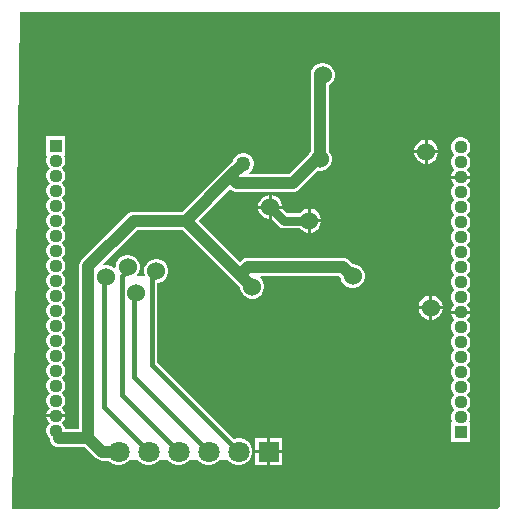
<source format=gbl>
G04*
G04 #@! TF.GenerationSoftware,Altium Limited,Altium Designer,24.2.2 (26)*
G04*
G04 Layer_Physical_Order=2*
G04 Layer_Color=16711680*
%FSLAX44Y44*%
%MOMM*%
G71*
G04*
G04 #@! TF.SameCoordinates,DD90BFA2-8126-46E7-AA9B-D1BD1CD96E7C*
G04*
G04*
G04 #@! TF.FilePolarity,Positive*
G04*
G01*
G75*
%ADD29C,1.1200*%
%ADD30R,1.1200X1.1200*%
%ADD37C,0.3810*%
%ADD38C,0.7620*%
%ADD42C,1.8000*%
%ADD43R,1.8000X1.8000*%
%ADD44C,1.5240*%
%ADD45C,1.2700*%
%ADD46C,1.0160*%
G36*
X1149350Y664210D02*
X1146810Y661670D01*
X737505D01*
X736614Y662575D01*
X742950Y1082040D01*
X1149350D01*
Y664210D01*
D02*
G37*
%LPC*%
G36*
X1088458Y974090D02*
X1088390D01*
Y965200D01*
X1097280D01*
Y965268D01*
X1096588Y967852D01*
X1095250Y970168D01*
X1093358Y972060D01*
X1091042Y973398D01*
X1088458Y974090D01*
D02*
G37*
G36*
X1085850D02*
X1085782D01*
X1083198Y973398D01*
X1080882Y972060D01*
X1078990Y970168D01*
X1077652Y967852D01*
X1076960Y965268D01*
Y965200D01*
X1085850D01*
Y974090D01*
D02*
G37*
G36*
X1097280Y962660D02*
X1088390D01*
Y953770D01*
X1088458D01*
X1091042Y954462D01*
X1093358Y955800D01*
X1095250Y957692D01*
X1096588Y960008D01*
X1097280Y962592D01*
Y962660D01*
D02*
G37*
G36*
X1085850D02*
X1076960D01*
Y962592D01*
X1077652Y960008D01*
X1078990Y957692D01*
X1080882Y955800D01*
X1083198Y954462D01*
X1085782Y953770D01*
X1085850D01*
Y962660D01*
D02*
G37*
G36*
X1000828Y1038860D02*
X998152D01*
X995568Y1038168D01*
X993252Y1036830D01*
X991360Y1034938D01*
X990022Y1032622D01*
X989330Y1030038D01*
Y1027362D01*
X989513Y1026678D01*
X989264Y1024785D01*
Y964263D01*
X988820Y963818D01*
X987510Y961549D01*
X970906Y944946D01*
X937216D01*
X936876Y946216D01*
X937639Y946656D01*
X939294Y948311D01*
X940464Y950339D01*
X941070Y952600D01*
Y954940D01*
X940464Y957201D01*
X939294Y959229D01*
X937639Y960884D01*
X935611Y962054D01*
X933350Y962660D01*
X931010D01*
X928749Y962054D01*
X926721Y960884D01*
X925066Y959229D01*
X923896Y957201D01*
X923586Y956045D01*
X915950Y948410D01*
X880736Y913196D01*
X839470D01*
X839470Y913196D01*
X837481Y912934D01*
X835627Y912166D01*
X834035Y910945D01*
X795761Y872670D01*
X794539Y871078D01*
X793772Y869225D01*
X793510Y867235D01*
Y729220D01*
X781452D01*
X781015Y730852D01*
X779944Y732708D01*
X778592Y734060D01*
X779944Y735412D01*
X781015Y737268D01*
X781517Y739140D01*
X773430D01*
X765343D01*
X765845Y737268D01*
X766916Y735412D01*
X768268Y734060D01*
X766916Y732708D01*
X765845Y730852D01*
X765290Y728782D01*
Y726638D01*
X765845Y724568D01*
X766916Y722712D01*
X768287Y721342D01*
X768546Y719371D01*
X769314Y717517D01*
X770535Y715925D01*
X772127Y714704D01*
X773981Y713936D01*
X775970Y713674D01*
X777296Y713849D01*
X798012D01*
X807365Y704495D01*
X807365Y704495D01*
X808957Y703274D01*
X810811Y702506D01*
X812800Y702244D01*
X812800Y702244D01*
X818136D01*
X819684Y700696D01*
X822316Y699176D01*
X825251Y698390D01*
X828289D01*
X831224Y699176D01*
X833856Y700696D01*
X836004Y702844D01*
X836350Y702890D01*
X836396Y702844D01*
X842936D01*
X845084Y700696D01*
X847716Y699176D01*
X850651Y698390D01*
X853689D01*
X856624Y699176D01*
X859256Y700696D01*
X861404Y702844D01*
X868336D01*
X870484Y700696D01*
X873116Y699176D01*
X876051Y698390D01*
X879089D01*
X882024Y699176D01*
X884656Y700696D01*
X886804Y702844D01*
X893736D01*
X895884Y700696D01*
X898516Y699176D01*
X901451Y698390D01*
X904489D01*
X907424Y699176D01*
X910056Y700696D01*
X912204Y702844D01*
X919136D01*
X921284Y700696D01*
X923916Y699176D01*
X926851Y698390D01*
X929889D01*
X932824Y699176D01*
X935456Y700696D01*
X937604Y702844D01*
X939124Y705476D01*
X939910Y708411D01*
Y711449D01*
X939124Y714384D01*
X937604Y717016D01*
X935456Y719164D01*
X932824Y720684D01*
X929889Y721470D01*
X926851D01*
X924003Y720707D01*
X859242Y785467D01*
Y852745D01*
X859858D01*
X862442Y853437D01*
X864758Y854775D01*
X866650Y856667D01*
X867988Y858983D01*
X868680Y861567D01*
Y864243D01*
X867988Y866827D01*
X866650Y869143D01*
X864758Y871035D01*
X862442Y872373D01*
X859858Y873065D01*
X857182D01*
X854598Y872373D01*
X852282Y871035D01*
X850390Y869143D01*
X849052Y866827D01*
X848360Y864243D01*
Y861567D01*
X848836Y859790D01*
X847929Y858520D01*
X842509D01*
X842023Y859693D01*
X842376Y860046D01*
X843713Y862363D01*
X844406Y864947D01*
Y867622D01*
X843713Y870206D01*
X842376Y872523D01*
X840484Y874414D01*
X838167Y875752D01*
X835583Y876444D01*
X832908D01*
X830324Y875752D01*
X828007Y874414D01*
X826116Y872523D01*
X824778Y870206D01*
X824086Y867622D01*
Y865968D01*
X822816Y865442D01*
X822674Y865584D01*
X820357Y866922D01*
X817773Y867614D01*
X815098D01*
X813925Y867300D01*
X813268Y868439D01*
X842654Y897824D01*
X880736D01*
X924205Y854355D01*
X924205Y854355D01*
X929640Y848921D01*
Y848292D01*
X930332Y845708D01*
X931670Y843392D01*
X933562Y841500D01*
X935878Y840162D01*
X938462Y839470D01*
X941138D01*
X943722Y840162D01*
X946038Y841500D01*
X947930Y843392D01*
X949268Y845708D01*
X949960Y848292D01*
Y850968D01*
X949268Y853552D01*
X947930Y855868D01*
X946614Y857184D01*
X947140Y858454D01*
X1013542D01*
X1014730Y857266D01*
Y857182D01*
X1015422Y854598D01*
X1016760Y852282D01*
X1018652Y850390D01*
X1020968Y849052D01*
X1023552Y848360D01*
X1026228D01*
X1028812Y849052D01*
X1031128Y850390D01*
X1033020Y852282D01*
X1034358Y854598D01*
X1035050Y857182D01*
Y859858D01*
X1034358Y862442D01*
X1033020Y864758D01*
X1031128Y866650D01*
X1028812Y867988D01*
X1026228Y868680D01*
X1025055D01*
X1022160Y871575D01*
X1020568Y872796D01*
X1018715Y873564D01*
X1016725Y873826D01*
X935990D01*
X934001Y873564D01*
X932147Y872796D01*
X930555Y871575D01*
X930555Y871575D01*
X929640Y870659D01*
X894789Y905510D01*
X921385Y932106D01*
X921665Y931825D01*
X923257Y930604D01*
X925111Y929836D01*
X927100Y929574D01*
X974090D01*
X976079Y929836D01*
X977933Y930604D01*
X979525Y931825D01*
X995223Y947524D01*
X995612Y947420D01*
X998288D01*
X1000872Y948112D01*
X1003188Y949450D01*
X1005080Y951342D01*
X1006418Y953658D01*
X1007110Y956242D01*
Y958918D01*
X1006418Y961502D01*
X1005080Y963818D01*
X1004636Y964263D01*
Y1019939D01*
X1005728Y1020570D01*
X1007620Y1022462D01*
X1008958Y1024778D01*
X1009650Y1027362D01*
Y1030038D01*
X1008958Y1032622D01*
X1007620Y1034938D01*
X1005728Y1036830D01*
X1003412Y1038168D01*
X1000828Y1038860D01*
D02*
G37*
G36*
X1117402Y975880D02*
X1115258D01*
X1113188Y975325D01*
X1111332Y974254D01*
X1109816Y972738D01*
X1108745Y970882D01*
X1108190Y968812D01*
Y966668D01*
X1108745Y964598D01*
X1109816Y962742D01*
X1111168Y961390D01*
X1109816Y960038D01*
X1108745Y958182D01*
X1108190Y956112D01*
Y953968D01*
X1108745Y951898D01*
X1109816Y950042D01*
X1111168Y948690D01*
X1109816Y947338D01*
X1108745Y945482D01*
X1108243Y943610D01*
X1116330D01*
X1124417D01*
X1123915Y945482D01*
X1122844Y947338D01*
X1121492Y948690D01*
X1122844Y950042D01*
X1123915Y951898D01*
X1124470Y953968D01*
Y956112D01*
X1123915Y958182D01*
X1122844Y960038D01*
X1121492Y961390D01*
X1122844Y962742D01*
X1123915Y964598D01*
X1124470Y966668D01*
Y968812D01*
X1123915Y970882D01*
X1122844Y972738D01*
X1121328Y974254D01*
X1119472Y975325D01*
X1117402Y975880D01*
D02*
G37*
G36*
X956378Y927100D02*
X956310D01*
Y918210D01*
X965200D01*
Y918278D01*
X964508Y920862D01*
X963170Y923178D01*
X961278Y925070D01*
X958962Y926408D01*
X956378Y927100D01*
D02*
G37*
G36*
X953770D02*
X953702D01*
X951118Y926408D01*
X948802Y925070D01*
X946910Y923178D01*
X945572Y920862D01*
X944880Y918278D01*
Y918210D01*
X953770D01*
Y927100D01*
D02*
G37*
G36*
X986790Y915670D02*
X986722D01*
X984138Y914978D01*
X981822Y913640D01*
X980166Y911984D01*
X969152D01*
X965466Y915670D01*
X956310D01*
Y906514D01*
X961892Y900932D01*
X963992Y899528D01*
X966470Y899036D01*
X980166D01*
X981822Y897380D01*
X984138Y896042D01*
X986722Y895350D01*
X986790D01*
Y905510D01*
Y915670D01*
D02*
G37*
G36*
X989398D02*
X989330D01*
Y906780D01*
X998220D01*
Y906848D01*
X997528Y909432D01*
X996190Y911748D01*
X994298Y913640D01*
X991982Y914978D01*
X989398Y915670D01*
D02*
G37*
G36*
X953770D02*
X944880D01*
Y915602D01*
X945572Y913018D01*
X946910Y910702D01*
X948802Y908810D01*
X951118Y907472D01*
X953702Y906780D01*
X953770D01*
Y915670D01*
D02*
G37*
G36*
X998220Y904240D02*
X989330D01*
Y895350D01*
X989398D01*
X991982Y896042D01*
X994298Y897380D01*
X996190Y899272D01*
X997528Y901588D01*
X998220Y904172D01*
Y904240D01*
D02*
G37*
G36*
X1092268Y842010D02*
X1092200D01*
Y833120D01*
X1101090D01*
Y833188D01*
X1100398Y835772D01*
X1099060Y838088D01*
X1097168Y839980D01*
X1094852Y841318D01*
X1092268Y842010D01*
D02*
G37*
G36*
X1089660D02*
X1089592D01*
X1087008Y841318D01*
X1084692Y839980D01*
X1082800Y838088D01*
X1081462Y835772D01*
X1080770Y833188D01*
Y833120D01*
X1089660D01*
Y842010D01*
D02*
G37*
G36*
X1124417Y941070D02*
X1116330D01*
X1108243D01*
X1108745Y939198D01*
X1109816Y937342D01*
X1111168Y935990D01*
X1109816Y934638D01*
X1108745Y932782D01*
X1108190Y930712D01*
Y928568D01*
X1108745Y926498D01*
X1109816Y924642D01*
X1111168Y923290D01*
X1109816Y921938D01*
X1108745Y920082D01*
X1108190Y918012D01*
Y915868D01*
X1108745Y913798D01*
X1109816Y911942D01*
X1111168Y910590D01*
X1109816Y909238D01*
X1108745Y907382D01*
X1108190Y905312D01*
Y903168D01*
X1108745Y901098D01*
X1109816Y899242D01*
X1111168Y897890D01*
X1109816Y896538D01*
X1108745Y894682D01*
X1108190Y892612D01*
Y890468D01*
X1108745Y888398D01*
X1109816Y886542D01*
X1111168Y885190D01*
X1109816Y883838D01*
X1108745Y881982D01*
X1108190Y879912D01*
Y877768D01*
X1108745Y875698D01*
X1109816Y873842D01*
X1111168Y872490D01*
X1109816Y871138D01*
X1108745Y869282D01*
X1108190Y867212D01*
Y865068D01*
X1108745Y862998D01*
X1109816Y861142D01*
X1111168Y859790D01*
X1109816Y858438D01*
X1108745Y856582D01*
X1108190Y854512D01*
Y852368D01*
X1108745Y850298D01*
X1109816Y848442D01*
X1111168Y847090D01*
X1109816Y845738D01*
X1108745Y843882D01*
X1108190Y841812D01*
Y839668D01*
X1108745Y837598D01*
X1109816Y835742D01*
X1111168Y834390D01*
X1109816Y833038D01*
X1108745Y831182D01*
X1108243Y829310D01*
X1116330D01*
X1124417D01*
X1123915Y831182D01*
X1122844Y833038D01*
X1121492Y834390D01*
X1122844Y835742D01*
X1123915Y837598D01*
X1124470Y839668D01*
Y841812D01*
X1123915Y843882D01*
X1122844Y845738D01*
X1121492Y847090D01*
X1122844Y848442D01*
X1123915Y850298D01*
X1124470Y852368D01*
Y854512D01*
X1123915Y856582D01*
X1122844Y858438D01*
X1121492Y859790D01*
X1122844Y861142D01*
X1123915Y862998D01*
X1124470Y865068D01*
Y867212D01*
X1123915Y869282D01*
X1122844Y871138D01*
X1121492Y872490D01*
X1122844Y873842D01*
X1123915Y875698D01*
X1124470Y877768D01*
Y879912D01*
X1123915Y881982D01*
X1122844Y883838D01*
X1121492Y885190D01*
X1122844Y886542D01*
X1123915Y888398D01*
X1124470Y890468D01*
Y892612D01*
X1123915Y894682D01*
X1122844Y896538D01*
X1121492Y897890D01*
X1122844Y899242D01*
X1123915Y901098D01*
X1124470Y903168D01*
Y905312D01*
X1123915Y907382D01*
X1122844Y909238D01*
X1121492Y910590D01*
X1122844Y911942D01*
X1123915Y913798D01*
X1124470Y915868D01*
Y918012D01*
X1123915Y920082D01*
X1122844Y921938D01*
X1121492Y923290D01*
X1122844Y924642D01*
X1123915Y926498D01*
X1124470Y928568D01*
Y930712D01*
X1123915Y932782D01*
X1122844Y934638D01*
X1121492Y935990D01*
X1122844Y937342D01*
X1123915Y939198D01*
X1124417Y941070D01*
D02*
G37*
G36*
X1101090Y830580D02*
X1092200D01*
Y821690D01*
X1092268D01*
X1094852Y822382D01*
X1097168Y823720D01*
X1099060Y825612D01*
X1100398Y827928D01*
X1101090Y830512D01*
Y830580D01*
D02*
G37*
G36*
X1089660D02*
X1080770D01*
Y830512D01*
X1081462Y827928D01*
X1082800Y825612D01*
X1084692Y823720D01*
X1087008Y822382D01*
X1089592Y821690D01*
X1089660D01*
Y830580D01*
D02*
G37*
G36*
X781570Y977150D02*
X765290D01*
Y960870D01*
X765394D01*
X766029Y959770D01*
X765845Y959452D01*
X765290Y957382D01*
Y955238D01*
X765845Y953168D01*
X766916Y951312D01*
X768268Y949960D01*
X766916Y948608D01*
X765845Y946752D01*
X765290Y944682D01*
Y942538D01*
X765845Y940468D01*
X766916Y938612D01*
X768268Y937260D01*
X766916Y935908D01*
X765845Y934052D01*
X765290Y931982D01*
Y929838D01*
X765845Y927768D01*
X766916Y925912D01*
X768268Y924560D01*
X766916Y923208D01*
X765845Y921352D01*
X765290Y919282D01*
Y917138D01*
X765845Y915068D01*
X766916Y913212D01*
X768268Y911860D01*
X766916Y910508D01*
X765845Y908652D01*
X765290Y906582D01*
Y904438D01*
X765845Y902368D01*
X766916Y900512D01*
X768268Y899160D01*
X766916Y897808D01*
X765845Y895952D01*
X765290Y893882D01*
Y891738D01*
X765845Y889668D01*
X766916Y887812D01*
X768268Y886460D01*
X766916Y885108D01*
X765845Y883252D01*
X765290Y881182D01*
Y879038D01*
X765845Y876968D01*
X766916Y875112D01*
X768268Y873760D01*
X766916Y872408D01*
X765845Y870552D01*
X765290Y868482D01*
Y866338D01*
X765845Y864268D01*
X766916Y862412D01*
X768268Y861060D01*
X766916Y859708D01*
X765845Y857852D01*
X765290Y855782D01*
Y853638D01*
X765845Y851568D01*
X766916Y849712D01*
X768268Y848360D01*
X766916Y847008D01*
X765845Y845152D01*
X765290Y843082D01*
Y840938D01*
X765845Y838868D01*
X766916Y837012D01*
X768268Y835660D01*
X766916Y834308D01*
X765845Y832452D01*
X765290Y830382D01*
Y828238D01*
X765845Y826168D01*
X766916Y824312D01*
X768268Y822960D01*
X766916Y821608D01*
X765845Y819752D01*
X765290Y817682D01*
Y815538D01*
X765845Y813468D01*
X766916Y811612D01*
X768268Y810260D01*
X766916Y808908D01*
X765845Y807052D01*
X765290Y804982D01*
Y802838D01*
X765845Y800768D01*
X766916Y798912D01*
X768268Y797560D01*
X766916Y796208D01*
X765845Y794352D01*
X765290Y792282D01*
Y790138D01*
X765845Y788068D01*
X766916Y786212D01*
X768268Y784860D01*
X766916Y783508D01*
X765845Y781652D01*
X765290Y779582D01*
Y777438D01*
X765845Y775368D01*
X766916Y773512D01*
X768268Y772160D01*
X766916Y770808D01*
X765845Y768952D01*
X765290Y766882D01*
Y764738D01*
X765845Y762668D01*
X766916Y760812D01*
X768268Y759460D01*
X766916Y758108D01*
X765845Y756252D01*
X765290Y754182D01*
Y752038D01*
X765845Y749968D01*
X766916Y748112D01*
X768268Y746760D01*
X766916Y745408D01*
X765845Y743552D01*
X765343Y741680D01*
X773430D01*
X781517D01*
X781015Y743552D01*
X779944Y745408D01*
X778592Y746760D01*
X779944Y748112D01*
X781015Y749968D01*
X781570Y752038D01*
Y754182D01*
X781015Y756252D01*
X779944Y758108D01*
X778592Y759460D01*
X779944Y760812D01*
X781015Y762668D01*
X781570Y764738D01*
Y766882D01*
X781015Y768952D01*
X779944Y770808D01*
X778592Y772160D01*
X779944Y773512D01*
X781015Y775368D01*
X781570Y777438D01*
Y779582D01*
X781015Y781652D01*
X779944Y783508D01*
X778592Y784860D01*
X779944Y786212D01*
X781015Y788068D01*
X781570Y790138D01*
Y792282D01*
X781015Y794352D01*
X779944Y796208D01*
X778592Y797560D01*
X779944Y798912D01*
X781015Y800768D01*
X781570Y802838D01*
Y804982D01*
X781015Y807052D01*
X779944Y808908D01*
X778592Y810260D01*
X779944Y811612D01*
X781015Y813468D01*
X781570Y815538D01*
Y817682D01*
X781015Y819752D01*
X779944Y821608D01*
X778592Y822960D01*
X779944Y824312D01*
X781015Y826168D01*
X781570Y828238D01*
Y830382D01*
X781015Y832452D01*
X779944Y834308D01*
X778592Y835660D01*
X779944Y837012D01*
X781015Y838868D01*
X781570Y840938D01*
Y843082D01*
X781015Y845152D01*
X779944Y847008D01*
X778592Y848360D01*
X779944Y849712D01*
X781015Y851568D01*
X781570Y853638D01*
Y855782D01*
X781015Y857852D01*
X779944Y859708D01*
X778592Y861060D01*
X779944Y862412D01*
X781015Y864268D01*
X781570Y866338D01*
Y868482D01*
X781015Y870552D01*
X779944Y872408D01*
X778592Y873760D01*
X779944Y875112D01*
X781015Y876968D01*
X781570Y879038D01*
Y881182D01*
X781015Y883252D01*
X779944Y885108D01*
X778592Y886460D01*
X779944Y887812D01*
X781015Y889668D01*
X781570Y891738D01*
Y893882D01*
X781015Y895952D01*
X779944Y897808D01*
X778592Y899160D01*
X779944Y900512D01*
X781015Y902368D01*
X781570Y904438D01*
Y906582D01*
X781015Y908652D01*
X779944Y910508D01*
X778592Y911860D01*
X779944Y913212D01*
X781015Y915068D01*
X781570Y917138D01*
Y919282D01*
X781015Y921352D01*
X779944Y923208D01*
X778592Y924560D01*
X779944Y925912D01*
X781015Y927768D01*
X781570Y929838D01*
Y931982D01*
X781015Y934052D01*
X779944Y935908D01*
X778592Y937260D01*
X779944Y938612D01*
X781015Y940468D01*
X781570Y942538D01*
Y944682D01*
X781015Y946752D01*
X779944Y948608D01*
X778592Y949960D01*
X779944Y951312D01*
X781015Y953168D01*
X781570Y955238D01*
Y957382D01*
X781015Y959452D01*
X780832Y959770D01*
X781467Y960870D01*
X781570D01*
Y977150D01*
D02*
G37*
G36*
X1124417Y826770D02*
X1116330D01*
X1108243D01*
X1108745Y824898D01*
X1109816Y823042D01*
X1111168Y821690D01*
X1109816Y820338D01*
X1108745Y818482D01*
X1108190Y816412D01*
Y814268D01*
X1108745Y812198D01*
X1109816Y810342D01*
X1111168Y808990D01*
X1109816Y807638D01*
X1108745Y805782D01*
X1108190Y803712D01*
Y801568D01*
X1108745Y799498D01*
X1109816Y797642D01*
X1111168Y796290D01*
X1109816Y794938D01*
X1108745Y793082D01*
X1108190Y791012D01*
Y788868D01*
X1108745Y786798D01*
X1109816Y784942D01*
X1111168Y783590D01*
X1109816Y782238D01*
X1108745Y780382D01*
X1108190Y778312D01*
Y776168D01*
X1108745Y774098D01*
X1109816Y772242D01*
X1111168Y770890D01*
X1109816Y769538D01*
X1108745Y767682D01*
X1108190Y765612D01*
Y763468D01*
X1108745Y761398D01*
X1109816Y759542D01*
X1111168Y758190D01*
X1109816Y756838D01*
X1108745Y754982D01*
X1108190Y752912D01*
Y750768D01*
X1108745Y748698D01*
X1109816Y746842D01*
X1111168Y745490D01*
X1109816Y744138D01*
X1108745Y742282D01*
X1108190Y740212D01*
Y738068D01*
X1108745Y735998D01*
X1108929Y735680D01*
X1108294Y734580D01*
X1108190D01*
Y718300D01*
X1124470D01*
Y734580D01*
X1124367D01*
X1123732Y735680D01*
X1123915Y735998D01*
X1124470Y738068D01*
Y740212D01*
X1123915Y742282D01*
X1122844Y744138D01*
X1121492Y745490D01*
X1122844Y746842D01*
X1123915Y748698D01*
X1124470Y750768D01*
Y752912D01*
X1123915Y754982D01*
X1122844Y756838D01*
X1121492Y758190D01*
X1122844Y759542D01*
X1123915Y761398D01*
X1124470Y763468D01*
Y765612D01*
X1123915Y767682D01*
X1122844Y769538D01*
X1121492Y770890D01*
X1122844Y772242D01*
X1123915Y774098D01*
X1124470Y776168D01*
Y778312D01*
X1123915Y780382D01*
X1122844Y782238D01*
X1121492Y783590D01*
X1122844Y784942D01*
X1123915Y786798D01*
X1124470Y788868D01*
Y791012D01*
X1123915Y793082D01*
X1122844Y794938D01*
X1121492Y796290D01*
X1122844Y797642D01*
X1123915Y799498D01*
X1124470Y801568D01*
Y803712D01*
X1123915Y805782D01*
X1122844Y807638D01*
X1121492Y808990D01*
X1122844Y810342D01*
X1123915Y812198D01*
X1124470Y814268D01*
Y816412D01*
X1123915Y818482D01*
X1122844Y820338D01*
X1121492Y821690D01*
X1122844Y823042D01*
X1123915Y824898D01*
X1124417Y826770D01*
D02*
G37*
G36*
X965310Y721470D02*
X955040D01*
Y711200D01*
X965310D01*
Y721470D01*
D02*
G37*
G36*
X952500D02*
X942230D01*
Y711200D01*
X952500D01*
Y721470D01*
D02*
G37*
G36*
X965310Y708660D02*
X955040D01*
Y698390D01*
X965310D01*
Y708660D01*
D02*
G37*
G36*
X952500D02*
X942230D01*
Y698390D01*
X952500D01*
Y708660D01*
D02*
G37*
%LPD*%
D29*
X773430Y727710D02*
D03*
Y740410D02*
D03*
Y753110D02*
D03*
Y765810D02*
D03*
Y778510D02*
D03*
Y791210D02*
D03*
Y803910D02*
D03*
Y816610D02*
D03*
Y829310D02*
D03*
Y842010D02*
D03*
Y854710D02*
D03*
Y867410D02*
D03*
Y880110D02*
D03*
Y892810D02*
D03*
Y905510D02*
D03*
Y918210D02*
D03*
Y930910D02*
D03*
Y943610D02*
D03*
Y956310D02*
D03*
X1116330Y739140D02*
D03*
Y751840D02*
D03*
Y764540D02*
D03*
Y777240D02*
D03*
Y789940D02*
D03*
Y802640D02*
D03*
Y815340D02*
D03*
Y828040D02*
D03*
Y840740D02*
D03*
Y853440D02*
D03*
Y866140D02*
D03*
Y878840D02*
D03*
Y891540D02*
D03*
Y904240D02*
D03*
Y916940D02*
D03*
Y929640D02*
D03*
Y942340D02*
D03*
Y955040D02*
D03*
Y967740D02*
D03*
D30*
X773430Y969010D02*
D03*
X1116330Y726440D02*
D03*
D37*
X854710Y783590D02*
Y856002D01*
X858520Y859812D01*
X854710Y783590D02*
X928370Y709930D01*
X858520Y859812D02*
Y862905D01*
X839470Y773430D02*
Y842645D01*
X841375Y844550D01*
X839470Y773430D02*
X902970Y709930D01*
X814070Y850076D02*
X814248Y850254D01*
Y855267D01*
X816435Y857454D01*
X814070Y748030D02*
Y850076D01*
X834246Y863273D02*
Y866284D01*
X829310Y758190D02*
Y858337D01*
Y758190D02*
X877570Y709930D01*
X829310Y858337D02*
X834246Y863273D01*
X814070Y748030D02*
X852170Y709930D01*
D38*
X966470Y905510D02*
X988060D01*
X955040Y916940D02*
X966470Y905510D01*
D42*
X902970Y709930D02*
D03*
X928370D02*
D03*
X877570D02*
D03*
X852170D02*
D03*
X826770D02*
D03*
D43*
X953770D02*
D03*
D44*
X1087120Y963930D02*
D03*
X1024890Y858520D02*
D03*
X858520Y862905D02*
D03*
X841375Y844550D02*
D03*
X816435Y857454D02*
D03*
X834246Y866284D02*
D03*
X988060Y905510D02*
D03*
X955040Y916940D02*
D03*
X999490Y1028700D02*
D03*
X939800Y849630D02*
D03*
X996950Y957580D02*
D03*
X1090930Y831850D02*
D03*
D45*
X932180Y953770D02*
D03*
D46*
X1024345Y858520D02*
X1024890D01*
X1016725Y866140D02*
X1024345Y858520D01*
X935990Y866140D02*
X1016725D01*
X929640Y859790D02*
X935990Y866140D01*
X929640Y859790D02*
X939800Y849630D01*
X883920Y905510D02*
X929640Y859790D01*
X974090Y937260D02*
X995680Y958850D01*
X999490Y1027325D02*
Y1028700D01*
X996950Y957580D02*
Y1024785D01*
X999490Y1027325D01*
X775970Y721360D02*
X776144Y721535D01*
X801196D01*
Y867235D01*
X839470Y905510D01*
X801196Y721535D02*
X812800Y709930D01*
X839470Y905510D02*
X883920D01*
X921385Y942975D02*
X932180Y953770D01*
X921385Y942975D02*
X927100Y937260D01*
X974090D01*
X883920Y905510D02*
X921385Y942975D01*
X812800Y709930D02*
X826770D01*
M02*

</source>
